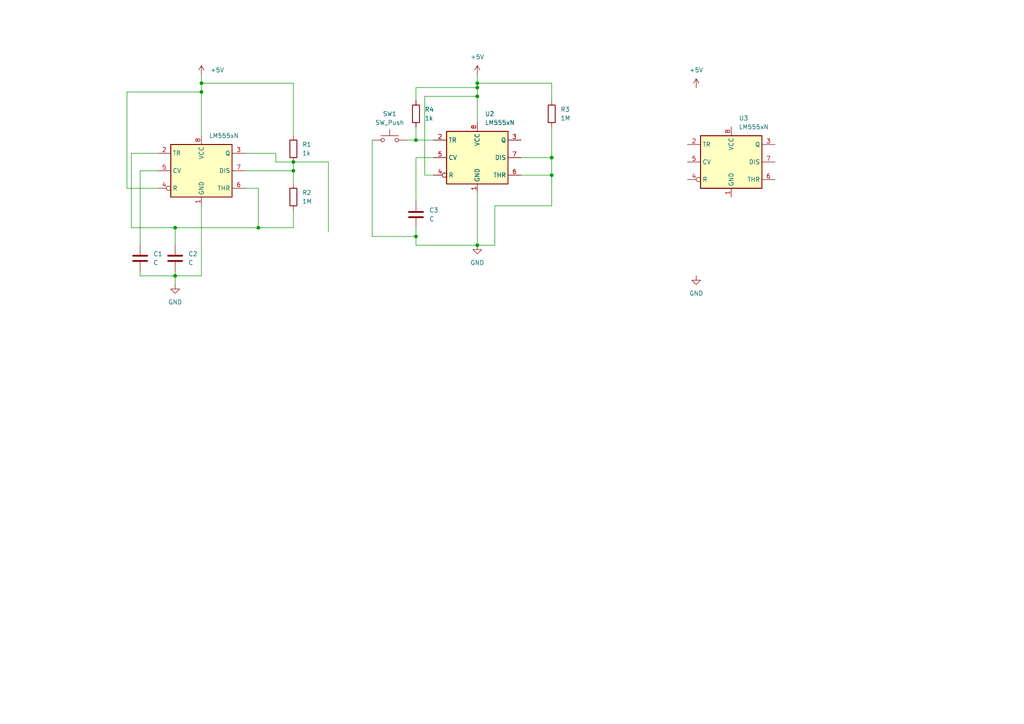
<source format=kicad_sch>
(kicad_sch
	(version 20231120)
	(generator "eeschema")
	(generator_version "8.0")
	(uuid "160c0f44-c63c-435f-a113-5cf725c01371")
	(paper "A4")
	(title_block
		(title "clock_timer")
		(date "2024-09-30")
	)
	(lib_symbols
		(symbol "Device:C"
			(pin_numbers hide)
			(pin_names
				(offset 0.254)
			)
			(exclude_from_sim no)
			(in_bom yes)
			(on_board yes)
			(property "Reference" "C"
				(at 0.635 2.54 0)
				(effects
					(font
						(size 1.27 1.27)
					)
					(justify left)
				)
			)
			(property "Value" "C"
				(at 0.635 -2.54 0)
				(effects
					(font
						(size 1.27 1.27)
					)
					(justify left)
				)
			)
			(property "Footprint" ""
				(at 0.9652 -3.81 0)
				(effects
					(font
						(size 1.27 1.27)
					)
					(hide yes)
				)
			)
			(property "Datasheet" "~"
				(at 0 0 0)
				(effects
					(font
						(size 1.27 1.27)
					)
					(hide yes)
				)
			)
			(property "Description" "Unpolarized capacitor"
				(at 0 0 0)
				(effects
					(font
						(size 1.27 1.27)
					)
					(hide yes)
				)
			)
			(property "ki_keywords" "cap capacitor"
				(at 0 0 0)
				(effects
					(font
						(size 1.27 1.27)
					)
					(hide yes)
				)
			)
			(property "ki_fp_filters" "C_*"
				(at 0 0 0)
				(effects
					(font
						(size 1.27 1.27)
					)
					(hide yes)
				)
			)
			(symbol "C_0_1"
				(polyline
					(pts
						(xy -2.032 -0.762) (xy 2.032 -0.762)
					)
					(stroke
						(width 0.508)
						(type default)
					)
					(fill
						(type none)
					)
				)
				(polyline
					(pts
						(xy -2.032 0.762) (xy 2.032 0.762)
					)
					(stroke
						(width 0.508)
						(type default)
					)
					(fill
						(type none)
					)
				)
			)
			(symbol "C_1_1"
				(pin passive line
					(at 0 3.81 270)
					(length 2.794)
					(name "~"
						(effects
							(font
								(size 1.27 1.27)
							)
						)
					)
					(number "1"
						(effects
							(font
								(size 1.27 1.27)
							)
						)
					)
				)
				(pin passive line
					(at 0 -3.81 90)
					(length 2.794)
					(name "~"
						(effects
							(font
								(size 1.27 1.27)
							)
						)
					)
					(number "2"
						(effects
							(font
								(size 1.27 1.27)
							)
						)
					)
				)
			)
		)
		(symbol "Device:R"
			(pin_numbers hide)
			(pin_names
				(offset 0)
			)
			(exclude_from_sim no)
			(in_bom yes)
			(on_board yes)
			(property "Reference" "R"
				(at 2.032 0 90)
				(effects
					(font
						(size 1.27 1.27)
					)
				)
			)
			(property "Value" "R"
				(at 0 0 90)
				(effects
					(font
						(size 1.27 1.27)
					)
				)
			)
			(property "Footprint" ""
				(at -1.778 0 90)
				(effects
					(font
						(size 1.27 1.27)
					)
					(hide yes)
				)
			)
			(property "Datasheet" "~"
				(at 0 0 0)
				(effects
					(font
						(size 1.27 1.27)
					)
					(hide yes)
				)
			)
			(property "Description" "Resistor"
				(at 0 0 0)
				(effects
					(font
						(size 1.27 1.27)
					)
					(hide yes)
				)
			)
			(property "ki_keywords" "R res resistor"
				(at 0 0 0)
				(effects
					(font
						(size 1.27 1.27)
					)
					(hide yes)
				)
			)
			(property "ki_fp_filters" "R_*"
				(at 0 0 0)
				(effects
					(font
						(size 1.27 1.27)
					)
					(hide yes)
				)
			)
			(symbol "R_0_1"
				(rectangle
					(start -1.016 -2.54)
					(end 1.016 2.54)
					(stroke
						(width 0.254)
						(type default)
					)
					(fill
						(type none)
					)
				)
			)
			(symbol "R_1_1"
				(pin passive line
					(at 0 3.81 270)
					(length 1.27)
					(name "~"
						(effects
							(font
								(size 1.27 1.27)
							)
						)
					)
					(number "1"
						(effects
							(font
								(size 1.27 1.27)
							)
						)
					)
				)
				(pin passive line
					(at 0 -3.81 90)
					(length 1.27)
					(name "~"
						(effects
							(font
								(size 1.27 1.27)
							)
						)
					)
					(number "2"
						(effects
							(font
								(size 1.27 1.27)
							)
						)
					)
				)
			)
		)
		(symbol "Switch:SW_Push"
			(pin_numbers hide)
			(pin_names
				(offset 1.016) hide)
			(exclude_from_sim no)
			(in_bom yes)
			(on_board yes)
			(property "Reference" "SW"
				(at 1.27 2.54 0)
				(effects
					(font
						(size 1.27 1.27)
					)
					(justify left)
				)
			)
			(property "Value" "SW_Push"
				(at 0 -1.524 0)
				(effects
					(font
						(size 1.27 1.27)
					)
				)
			)
			(property "Footprint" ""
				(at 0 5.08 0)
				(effects
					(font
						(size 1.27 1.27)
					)
					(hide yes)
				)
			)
			(property "Datasheet" "~"
				(at 0 5.08 0)
				(effects
					(font
						(size 1.27 1.27)
					)
					(hide yes)
				)
			)
			(property "Description" "Push button switch, generic, two pins"
				(at 0 0 0)
				(effects
					(font
						(size 1.27 1.27)
					)
					(hide yes)
				)
			)
			(property "ki_keywords" "switch normally-open pushbutton push-button"
				(at 0 0 0)
				(effects
					(font
						(size 1.27 1.27)
					)
					(hide yes)
				)
			)
			(symbol "SW_Push_0_1"
				(circle
					(center -2.032 0)
					(radius 0.508)
					(stroke
						(width 0)
						(type default)
					)
					(fill
						(type none)
					)
				)
				(polyline
					(pts
						(xy 0 1.27) (xy 0 3.048)
					)
					(stroke
						(width 0)
						(type default)
					)
					(fill
						(type none)
					)
				)
				(polyline
					(pts
						(xy 2.54 1.27) (xy -2.54 1.27)
					)
					(stroke
						(width 0)
						(type default)
					)
					(fill
						(type none)
					)
				)
				(circle
					(center 2.032 0)
					(radius 0.508)
					(stroke
						(width 0)
						(type default)
					)
					(fill
						(type none)
					)
				)
				(pin passive line
					(at -5.08 0 0)
					(length 2.54)
					(name "1"
						(effects
							(font
								(size 1.27 1.27)
							)
						)
					)
					(number "1"
						(effects
							(font
								(size 1.27 1.27)
							)
						)
					)
				)
				(pin passive line
					(at 5.08 0 180)
					(length 2.54)
					(name "2"
						(effects
							(font
								(size 1.27 1.27)
							)
						)
					)
					(number "2"
						(effects
							(font
								(size 1.27 1.27)
							)
						)
					)
				)
			)
		)
		(symbol "Timer:LM555xN"
			(exclude_from_sim no)
			(in_bom yes)
			(on_board yes)
			(property "Reference" "U"
				(at -10.16 8.89 0)
				(effects
					(font
						(size 1.27 1.27)
					)
					(justify left)
				)
			)
			(property "Value" "LM555xN"
				(at 2.54 8.89 0)
				(effects
					(font
						(size 1.27 1.27)
					)
					(justify left)
				)
			)
			(property "Footprint" "Package_DIP:DIP-8_W7.62mm"
				(at 16.51 -10.16 0)
				(effects
					(font
						(size 1.27 1.27)
					)
					(hide yes)
				)
			)
			(property "Datasheet" "http://www.ti.com/lit/ds/symlink/lm555.pdf"
				(at 21.59 -10.16 0)
				(effects
					(font
						(size 1.27 1.27)
					)
					(hide yes)
				)
			)
			(property "Description" "Timer, 555 compatible, PDIP-8"
				(at 0 0 0)
				(effects
					(font
						(size 1.27 1.27)
					)
					(hide yes)
				)
			)
			(property "ki_keywords" "single timer 555"
				(at 0 0 0)
				(effects
					(font
						(size 1.27 1.27)
					)
					(hide yes)
				)
			)
			(property "ki_fp_filters" "DIP*W7.62mm*"
				(at 0 0 0)
				(effects
					(font
						(size 1.27 1.27)
					)
					(hide yes)
				)
			)
			(symbol "LM555xN_0_0"
				(pin power_in line
					(at 0 -10.16 90)
					(length 2.54)
					(name "GND"
						(effects
							(font
								(size 1.27 1.27)
							)
						)
					)
					(number "1"
						(effects
							(font
								(size 1.27 1.27)
							)
						)
					)
				)
				(pin power_in line
					(at 0 10.16 270)
					(length 2.54)
					(name "VCC"
						(effects
							(font
								(size 1.27 1.27)
							)
						)
					)
					(number "8"
						(effects
							(font
								(size 1.27 1.27)
							)
						)
					)
				)
			)
			(symbol "LM555xN_0_1"
				(rectangle
					(start -8.89 -7.62)
					(end 8.89 7.62)
					(stroke
						(width 0.254)
						(type default)
					)
					(fill
						(type background)
					)
				)
				(rectangle
					(start -8.89 -7.62)
					(end 8.89 7.62)
					(stroke
						(width 0.254)
						(type default)
					)
					(fill
						(type background)
					)
				)
			)
			(symbol "LM555xN_1_1"
				(pin input line
					(at -12.7 5.08 0)
					(length 3.81)
					(name "TR"
						(effects
							(font
								(size 1.27 1.27)
							)
						)
					)
					(number "2"
						(effects
							(font
								(size 1.27 1.27)
							)
						)
					)
				)
				(pin output line
					(at 12.7 5.08 180)
					(length 3.81)
					(name "Q"
						(effects
							(font
								(size 1.27 1.27)
							)
						)
					)
					(number "3"
						(effects
							(font
								(size 1.27 1.27)
							)
						)
					)
				)
				(pin input inverted
					(at -12.7 -5.08 0)
					(length 3.81)
					(name "R"
						(effects
							(font
								(size 1.27 1.27)
							)
						)
					)
					(number "4"
						(effects
							(font
								(size 1.27 1.27)
							)
						)
					)
				)
				(pin input line
					(at -12.7 0 0)
					(length 3.81)
					(name "CV"
						(effects
							(font
								(size 1.27 1.27)
							)
						)
					)
					(number "5"
						(effects
							(font
								(size 1.27 1.27)
							)
						)
					)
				)
				(pin input line
					(at 12.7 -5.08 180)
					(length 3.81)
					(name "THR"
						(effects
							(font
								(size 1.27 1.27)
							)
						)
					)
					(number "6"
						(effects
							(font
								(size 1.27 1.27)
							)
						)
					)
				)
				(pin input line
					(at 12.7 0 180)
					(length 3.81)
					(name "DIS"
						(effects
							(font
								(size 1.27 1.27)
							)
						)
					)
					(number "7"
						(effects
							(font
								(size 1.27 1.27)
							)
						)
					)
				)
			)
		)
		(symbol "power:+5V"
			(power)
			(pin_numbers hide)
			(pin_names
				(offset 0) hide)
			(exclude_from_sim no)
			(in_bom yes)
			(on_board yes)
			(property "Reference" "#PWR"
				(at 0 -3.81 0)
				(effects
					(font
						(size 1.27 1.27)
					)
					(hide yes)
				)
			)
			(property "Value" "+5V"
				(at 0 3.556 0)
				(effects
					(font
						(size 1.27 1.27)
					)
				)
			)
			(property "Footprint" ""
				(at 0 0 0)
				(effects
					(font
						(size 1.27 1.27)
					)
					(hide yes)
				)
			)
			(property "Datasheet" ""
				(at 0 0 0)
				(effects
					(font
						(size 1.27 1.27)
					)
					(hide yes)
				)
			)
			(property "Description" "Power symbol creates a global label with name \"+5V\""
				(at 0 0 0)
				(effects
					(font
						(size 1.27 1.27)
					)
					(hide yes)
				)
			)
			(property "ki_keywords" "global power"
				(at 0 0 0)
				(effects
					(font
						(size 1.27 1.27)
					)
					(hide yes)
				)
			)
			(symbol "+5V_0_1"
				(polyline
					(pts
						(xy -0.762 1.27) (xy 0 2.54)
					)
					(stroke
						(width 0)
						(type default)
					)
					(fill
						(type none)
					)
				)
				(polyline
					(pts
						(xy 0 0) (xy 0 2.54)
					)
					(stroke
						(width 0)
						(type default)
					)
					(fill
						(type none)
					)
				)
				(polyline
					(pts
						(xy 0 2.54) (xy 0.762 1.27)
					)
					(stroke
						(width 0)
						(type default)
					)
					(fill
						(type none)
					)
				)
			)
			(symbol "+5V_1_1"
				(pin power_in line
					(at 0 0 90)
					(length 0)
					(name "~"
						(effects
							(font
								(size 1.27 1.27)
							)
						)
					)
					(number "1"
						(effects
							(font
								(size 1.27 1.27)
							)
						)
					)
				)
			)
		)
		(symbol "power:GND"
			(power)
			(pin_numbers hide)
			(pin_names
				(offset 0) hide)
			(exclude_from_sim no)
			(in_bom yes)
			(on_board yes)
			(property "Reference" "#PWR"
				(at 0 -6.35 0)
				(effects
					(font
						(size 1.27 1.27)
					)
					(hide yes)
				)
			)
			(property "Value" "GND"
				(at 0 -3.81 0)
				(effects
					(font
						(size 1.27 1.27)
					)
				)
			)
			(property "Footprint" ""
				(at 0 0 0)
				(effects
					(font
						(size 1.27 1.27)
					)
					(hide yes)
				)
			)
			(property "Datasheet" ""
				(at 0 0 0)
				(effects
					(font
						(size 1.27 1.27)
					)
					(hide yes)
				)
			)
			(property "Description" "Power symbol creates a global label with name \"GND\" , ground"
				(at 0 0 0)
				(effects
					(font
						(size 1.27 1.27)
					)
					(hide yes)
				)
			)
			(property "ki_keywords" "global power"
				(at 0 0 0)
				(effects
					(font
						(size 1.27 1.27)
					)
					(hide yes)
				)
			)
			(symbol "GND_0_1"
				(polyline
					(pts
						(xy 0 0) (xy 0 -1.27) (xy 1.27 -1.27) (xy 0 -2.54) (xy -1.27 -1.27) (xy 0 -1.27)
					)
					(stroke
						(width 0)
						(type default)
					)
					(fill
						(type none)
					)
				)
			)
			(symbol "GND_1_1"
				(pin power_in line
					(at 0 0 270)
					(length 0)
					(name "~"
						(effects
							(font
								(size 1.27 1.27)
							)
						)
					)
					(number "1"
						(effects
							(font
								(size 1.27 1.27)
							)
						)
					)
				)
			)
		)
		(symbol "power:VCC"
			(power)
			(pin_numbers hide)
			(pin_names
				(offset 0) hide)
			(exclude_from_sim no)
			(in_bom yes)
			(on_board yes)
			(property "Reference" "#PWR"
				(at 0 -3.81 0)
				(effects
					(font
						(size 1.27 1.27)
					)
					(hide yes)
				)
			)
			(property "Value" "VCC"
				(at 0 3.556 0)
				(effects
					(font
						(size 1.27 1.27)
					)
				)
			)
			(property "Footprint" ""
				(at 0 0 0)
				(effects
					(font
						(size 1.27 1.27)
					)
					(hide yes)
				)
			)
			(property "Datasheet" ""
				(at 0 0 0)
				(effects
					(font
						(size 1.27 1.27)
					)
					(hide yes)
				)
			)
			(property "Description" "Power symbol creates a global label with name \"VCC\""
				(at 0 0 0)
				(effects
					(font
						(size 1.27 1.27)
					)
					(hide yes)
				)
			)
			(property "ki_keywords" "global power"
				(at 0 0 0)
				(effects
					(font
						(size 1.27 1.27)
					)
					(hide yes)
				)
			)
			(symbol "VCC_0_1"
				(polyline
					(pts
						(xy -0.762 1.27) (xy 0 2.54)
					)
					(stroke
						(width 0)
						(type default)
					)
					(fill
						(type none)
					)
				)
				(polyline
					(pts
						(xy 0 0) (xy 0 2.54)
					)
					(stroke
						(width 0)
						(type default)
					)
					(fill
						(type none)
					)
				)
				(polyline
					(pts
						(xy 0 2.54) (xy 0.762 1.27)
					)
					(stroke
						(width 0)
						(type default)
					)
					(fill
						(type none)
					)
				)
			)
			(symbol "VCC_1_1"
				(pin power_in line
					(at 0 0 90)
					(length 0)
					(name "~"
						(effects
							(font
								(size 1.27 1.27)
							)
						)
					)
					(number "1"
						(effects
							(font
								(size 1.27 1.27)
							)
						)
					)
				)
			)
		)
	)
	(junction
		(at 50.8 80.01)
		(diameter 0)
		(color 0 0 0 0)
		(uuid "1fd5ca84-2629-471d-8058-3a65bdaf845d")
	)
	(junction
		(at 138.43 25.4)
		(diameter 0)
		(color 0 0 0 0)
		(uuid "27b2a4a6-737a-4ff3-b8f1-6356337f0271")
	)
	(junction
		(at 74.93 66.04)
		(diameter 0)
		(color 0 0 0 0)
		(uuid "3ad695c2-129e-43a9-a097-a67daadee229")
	)
	(junction
		(at 160.02 45.72)
		(diameter 0)
		(color 0 0 0 0)
		(uuid "47164c82-b5db-43d5-a4e1-95fa0c55845d")
	)
	(junction
		(at 50.8 66.04)
		(diameter 0)
		(color 0 0 0 0)
		(uuid "479a9416-7b35-4f4e-9166-ece35d330424")
	)
	(junction
		(at 85.09 49.53)
		(diameter 0)
		(color 0 0 0 0)
		(uuid "51ae803b-e87e-471f-959b-a1577497c6df")
	)
	(junction
		(at 120.65 68.58)
		(diameter 0)
		(color 0 0 0 0)
		(uuid "5cdca91b-9e37-4f19-a9d6-22c34a3a7898")
	)
	(junction
		(at 85.09 46.99)
		(diameter 0)
		(color 0 0 0 0)
		(uuid "65ab3e90-fbb5-4aa4-a51c-b20197d63b86")
	)
	(junction
		(at 138.43 27.94)
		(diameter 0)
		(color 0 0 0 0)
		(uuid "68331a35-4711-44e6-aa39-1fff7935c327")
	)
	(junction
		(at 138.43 24.13)
		(diameter 0)
		(color 0 0 0 0)
		(uuid "a1096b1c-e3f2-4ea1-bfb5-296444fa76a3")
	)
	(junction
		(at 160.02 50.8)
		(diameter 0)
		(color 0 0 0 0)
		(uuid "c25b26e1-d460-4ec6-bc7e-426a8b77fe8b")
	)
	(junction
		(at 120.65 40.64)
		(diameter 0)
		(color 0 0 0 0)
		(uuid "cb069fc2-cfa8-4ad7-a4b3-3235ee326be0")
	)
	(junction
		(at 58.42 26.67)
		(diameter 0)
		(color 0 0 0 0)
		(uuid "ec823907-684a-4985-a5b2-134bce151a04")
	)
	(junction
		(at 138.43 71.12)
		(diameter 0)
		(color 0 0 0 0)
		(uuid "f873c13e-1e97-4a70-8069-ef65335cd022")
	)
	(junction
		(at 58.42 24.13)
		(diameter 0)
		(color 0 0 0 0)
		(uuid "fb721868-ce9c-4849-a328-4c44698d42d8")
	)
	(wire
		(pts
			(xy 50.8 66.04) (xy 38.1 66.04)
		)
		(stroke
			(width 0)
			(type default)
		)
		(uuid "0f16f15a-a7f8-4068-9411-572d8470e324")
	)
	(wire
		(pts
			(xy 143.51 59.69) (xy 143.51 71.12)
		)
		(stroke
			(width 0)
			(type default)
		)
		(uuid "121aa1b2-7d98-477a-bbd9-1d59d150f66d")
	)
	(wire
		(pts
			(xy 120.65 68.58) (xy 120.65 71.12)
		)
		(stroke
			(width 0)
			(type default)
		)
		(uuid "1433a553-e9ef-4325-af6b-d6d1f6f402c3")
	)
	(wire
		(pts
			(xy 85.09 46.99) (xy 85.09 49.53)
		)
		(stroke
			(width 0)
			(type default)
		)
		(uuid "1737757c-aa9a-4bdd-89b8-25499c55b9f3")
	)
	(wire
		(pts
			(xy 71.12 54.61) (xy 74.93 54.61)
		)
		(stroke
			(width 0)
			(type default)
		)
		(uuid "186d64c1-39b8-4abd-9766-fe7ba8ee3cdd")
	)
	(wire
		(pts
			(xy 40.64 49.53) (xy 45.72 49.53)
		)
		(stroke
			(width 0)
			(type default)
		)
		(uuid "1919ec94-74d8-4e29-a80b-05b97806a80e")
	)
	(wire
		(pts
			(xy 138.43 24.13) (xy 160.02 24.13)
		)
		(stroke
			(width 0)
			(type default)
		)
		(uuid "1b098eac-e4ec-4c3c-829a-92f3bc4bdbe8")
	)
	(wire
		(pts
			(xy 80.01 44.45) (xy 80.01 46.99)
		)
		(stroke
			(width 0)
			(type default)
		)
		(uuid "1cb5cb0d-d862-4c60-a776-267174e2e58f")
	)
	(wire
		(pts
			(xy 50.8 80.01) (xy 50.8 82.55)
		)
		(stroke
			(width 0)
			(type default)
		)
		(uuid "1e83f959-f8e4-4b61-977b-bca832cafe36")
	)
	(wire
		(pts
			(xy 58.42 59.69) (xy 58.42 80.01)
		)
		(stroke
			(width 0)
			(type default)
		)
		(uuid "26f781a4-37af-4da7-8468-019a91d7d606")
	)
	(wire
		(pts
			(xy 58.42 26.67) (xy 36.83 26.67)
		)
		(stroke
			(width 0)
			(type default)
		)
		(uuid "3004c62e-fcd5-44cf-ac7d-bb63e3afdfee")
	)
	(wire
		(pts
			(xy 74.93 66.04) (xy 50.8 66.04)
		)
		(stroke
			(width 0)
			(type default)
		)
		(uuid "38625953-ac95-4162-8f1a-5517398c6851")
	)
	(wire
		(pts
			(xy 50.8 66.04) (xy 50.8 71.12)
		)
		(stroke
			(width 0)
			(type default)
		)
		(uuid "393f9908-0985-4110-8b80-ccc6cebc400c")
	)
	(wire
		(pts
			(xy 138.43 55.88) (xy 138.43 71.12)
		)
		(stroke
			(width 0)
			(type default)
		)
		(uuid "3dbc52f8-7272-41c0-8f51-6d268fe71b73")
	)
	(wire
		(pts
			(xy 74.93 54.61) (xy 74.93 66.04)
		)
		(stroke
			(width 0)
			(type default)
		)
		(uuid "3f1c4039-be96-4681-ab47-b692db8485fb")
	)
	(wire
		(pts
			(xy 58.42 24.13) (xy 58.42 26.67)
		)
		(stroke
			(width 0)
			(type default)
		)
		(uuid "4177d246-b931-44f7-a4d8-1880606a6c04")
	)
	(wire
		(pts
			(xy 40.64 78.74) (xy 40.64 80.01)
		)
		(stroke
			(width 0)
			(type default)
		)
		(uuid "434ee554-cb26-4b2b-85b2-53e94135ff86")
	)
	(wire
		(pts
			(xy 38.1 44.45) (xy 45.72 44.45)
		)
		(stroke
			(width 0)
			(type default)
		)
		(uuid "481220b1-ae2d-4931-aae2-ff1de2271aab")
	)
	(wire
		(pts
			(xy 85.09 60.96) (xy 85.09 66.04)
		)
		(stroke
			(width 0)
			(type default)
		)
		(uuid "485cfdfb-7b77-46c1-93d7-0f48243e7bd6")
	)
	(wire
		(pts
			(xy 50.8 78.74) (xy 50.8 80.01)
		)
		(stroke
			(width 0)
			(type default)
		)
		(uuid "494c963c-5b2a-4174-ae83-8fe236b59c6b")
	)
	(wire
		(pts
			(xy 85.09 46.99) (xy 95.25 46.99)
		)
		(stroke
			(width 0)
			(type default)
		)
		(uuid "4c2431a7-bc6e-4d9f-9d2a-dfd97acb5cb4")
	)
	(wire
		(pts
			(xy 120.65 25.4) (xy 120.65 29.21)
		)
		(stroke
			(width 0)
			(type default)
		)
		(uuid "4e4c4f4c-9812-41bc-a4be-f874a70bc345")
	)
	(wire
		(pts
			(xy 85.09 24.13) (xy 85.09 39.37)
		)
		(stroke
			(width 0)
			(type default)
		)
		(uuid "627293f2-770b-4d09-a587-d10136208fed")
	)
	(wire
		(pts
			(xy 151.13 45.72) (xy 160.02 45.72)
		)
		(stroke
			(width 0)
			(type default)
		)
		(uuid "63447222-d032-43c0-ac2a-655c6c4c22e5")
	)
	(wire
		(pts
			(xy 160.02 45.72) (xy 160.02 50.8)
		)
		(stroke
			(width 0)
			(type default)
		)
		(uuid "659bc7e6-9068-4f85-89ae-b5248bd41442")
	)
	(wire
		(pts
			(xy 36.83 26.67) (xy 36.83 54.61)
		)
		(stroke
			(width 0)
			(type default)
		)
		(uuid "6895414f-bfaa-4810-8b24-a951b492dc3e")
	)
	(wire
		(pts
			(xy 151.13 50.8) (xy 160.02 50.8)
		)
		(stroke
			(width 0)
			(type default)
		)
		(uuid "7008ba07-ddf0-41b2-bd1a-f29253399847")
	)
	(wire
		(pts
			(xy 160.02 36.83) (xy 160.02 45.72)
		)
		(stroke
			(width 0)
			(type default)
		)
		(uuid "71c948f9-29c1-4c0e-ab81-a4277375a1ba")
	)
	(wire
		(pts
			(xy 120.65 36.83) (xy 120.65 40.64)
		)
		(stroke
			(width 0)
			(type default)
		)
		(uuid "77c6db50-68dd-4c88-9da7-62f86e1bde66")
	)
	(wire
		(pts
			(xy 118.11 40.64) (xy 120.65 40.64)
		)
		(stroke
			(width 0)
			(type default)
		)
		(uuid "7a48dbf8-55dc-4db0-b077-3a278a33464e")
	)
	(wire
		(pts
			(xy 160.02 50.8) (xy 160.02 59.69)
		)
		(stroke
			(width 0)
			(type default)
		)
		(uuid "7beaed2a-e7f7-4447-8eea-32dbff1e9963")
	)
	(wire
		(pts
			(xy 160.02 59.69) (xy 143.51 59.69)
		)
		(stroke
			(width 0)
			(type default)
		)
		(uuid "7e467423-796f-488b-8dd5-dca8831c59fd")
	)
	(wire
		(pts
			(xy 85.09 49.53) (xy 85.09 53.34)
		)
		(stroke
			(width 0)
			(type default)
		)
		(uuid "8441c268-0b11-48be-8867-b04c7d572a68")
	)
	(wire
		(pts
			(xy 58.42 24.13) (xy 85.09 24.13)
		)
		(stroke
			(width 0)
			(type default)
		)
		(uuid "8504e726-0792-4c81-a2d6-99667bd7dc60")
	)
	(wire
		(pts
			(xy 40.64 71.12) (xy 40.64 49.53)
		)
		(stroke
			(width 0)
			(type default)
		)
		(uuid "8a3a5a64-4804-48dc-adb3-01595db97624")
	)
	(wire
		(pts
			(xy 38.1 66.04) (xy 38.1 44.45)
		)
		(stroke
			(width 0)
			(type default)
		)
		(uuid "8bd3338e-79fa-494f-be08-3536746eca28")
	)
	(wire
		(pts
			(xy 138.43 25.4) (xy 120.65 25.4)
		)
		(stroke
			(width 0)
			(type default)
		)
		(uuid "905616d4-24bf-4185-b969-e7b94ea24a84")
	)
	(wire
		(pts
			(xy 120.65 58.42) (xy 120.65 45.72)
		)
		(stroke
			(width 0)
			(type default)
		)
		(uuid "907278fc-21b8-414b-aa95-6739eb25040a")
	)
	(wire
		(pts
			(xy 138.43 25.4) (xy 138.43 27.94)
		)
		(stroke
			(width 0)
			(type default)
		)
		(uuid "9b114bf3-5987-4b79-bc9d-4f7ca6824e15")
	)
	(wire
		(pts
			(xy 120.65 40.64) (xy 125.73 40.64)
		)
		(stroke
			(width 0)
			(type default)
		)
		(uuid "9be9e8fc-0a77-4736-89e0-4ea2c3167d76")
	)
	(wire
		(pts
			(xy 123.19 27.94) (xy 138.43 27.94)
		)
		(stroke
			(width 0)
			(type default)
		)
		(uuid "a916d682-c5a9-43dc-bcd2-e69e71e27f0a")
	)
	(wire
		(pts
			(xy 40.64 80.01) (xy 50.8 80.01)
		)
		(stroke
			(width 0)
			(type default)
		)
		(uuid "abc99e97-ad82-4c4e-9647-0f0a5b6888a3")
	)
	(wire
		(pts
			(xy 138.43 27.94) (xy 138.43 35.56)
		)
		(stroke
			(width 0)
			(type default)
		)
		(uuid "abf8e16b-b304-448f-a3c6-d97424e5b134")
	)
	(wire
		(pts
			(xy 95.25 46.99) (xy 95.25 67.31)
		)
		(stroke
			(width 0)
			(type default)
		)
		(uuid "af3ec39b-88af-4aa0-a3ce-9a167499c390")
	)
	(wire
		(pts
			(xy 123.19 50.8) (xy 123.19 27.94)
		)
		(stroke
			(width 0)
			(type default)
		)
		(uuid "b05cbfec-1da4-4775-b89f-03db8948cb41")
	)
	(wire
		(pts
			(xy 50.8 80.01) (xy 58.42 80.01)
		)
		(stroke
			(width 0)
			(type default)
		)
		(uuid "b16cdf8f-86dc-4556-b89a-a53346728a27")
	)
	(wire
		(pts
			(xy 120.65 66.04) (xy 120.65 68.58)
		)
		(stroke
			(width 0)
			(type default)
		)
		(uuid "b5be65c4-4b2e-4c34-9eda-f20dc60b827f")
	)
	(wire
		(pts
			(xy 58.42 26.67) (xy 58.42 39.37)
		)
		(stroke
			(width 0)
			(type default)
		)
		(uuid "b72561f2-18c2-4f49-b990-21abd2031bb6")
	)
	(wire
		(pts
			(xy 138.43 21.59) (xy 138.43 24.13)
		)
		(stroke
			(width 0)
			(type default)
		)
		(uuid "bc8413c0-f955-458f-97d1-82db5a3abe76")
	)
	(wire
		(pts
			(xy 71.12 49.53) (xy 85.09 49.53)
		)
		(stroke
			(width 0)
			(type default)
		)
		(uuid "c3180027-5691-4d9d-b4d4-a558476503c6")
	)
	(wire
		(pts
			(xy 120.65 45.72) (xy 125.73 45.72)
		)
		(stroke
			(width 0)
			(type default)
		)
		(uuid "c778d1bc-3f24-416a-9934-943351e58a66")
	)
	(wire
		(pts
			(xy 125.73 50.8) (xy 123.19 50.8)
		)
		(stroke
			(width 0)
			(type default)
		)
		(uuid "cb6bd676-c258-4192-aeae-4f62591efefa")
	)
	(wire
		(pts
			(xy 36.83 54.61) (xy 45.72 54.61)
		)
		(stroke
			(width 0)
			(type default)
		)
		(uuid "d56e4238-fc02-4be1-8923-b078627f1c7d")
	)
	(wire
		(pts
			(xy 107.95 40.64) (xy 107.95 68.58)
		)
		(stroke
			(width 0)
			(type default)
		)
		(uuid "dc69f2bb-7e54-42b3-812b-36eb62261b34")
	)
	(wire
		(pts
			(xy 160.02 24.13) (xy 160.02 29.21)
		)
		(stroke
			(width 0)
			(type default)
		)
		(uuid "e24b81da-c617-40cf-874a-a29984ffad72")
	)
	(wire
		(pts
			(xy 107.95 68.58) (xy 120.65 68.58)
		)
		(stroke
			(width 0)
			(type default)
		)
		(uuid "e27f5db7-2247-4eaa-8b30-37c2a75bfd34")
	)
	(wire
		(pts
			(xy 80.01 46.99) (xy 85.09 46.99)
		)
		(stroke
			(width 0)
			(type default)
		)
		(uuid "e6f2b363-0d53-4591-9557-238c9f6ef36f")
	)
	(wire
		(pts
			(xy 138.43 71.12) (xy 120.65 71.12)
		)
		(stroke
			(width 0)
			(type default)
		)
		(uuid "ea99a014-309d-4653-bfb5-dae60d38b8aa")
	)
	(wire
		(pts
			(xy 71.12 44.45) (xy 80.01 44.45)
		)
		(stroke
			(width 0)
			(type default)
		)
		(uuid "ec0675c5-4098-4a82-bf74-f34702be46c1")
	)
	(wire
		(pts
			(xy 138.43 71.12) (xy 143.51 71.12)
		)
		(stroke
			(width 0)
			(type default)
		)
		(uuid "ec91f4a0-ef95-47c0-80fa-421280a2af02")
	)
	(wire
		(pts
			(xy 85.09 66.04) (xy 74.93 66.04)
		)
		(stroke
			(width 0)
			(type default)
		)
		(uuid "f11ac54f-bc07-4f76-be5b-0faf06a08a3d")
	)
	(wire
		(pts
			(xy 58.42 21.59) (xy 58.42 24.13)
		)
		(stroke
			(width 0)
			(type default)
		)
		(uuid "f2aa011f-3672-4d24-b28c-5d9755189a9f")
	)
	(wire
		(pts
			(xy 138.43 24.13) (xy 138.43 25.4)
		)
		(stroke
			(width 0)
			(type default)
		)
		(uuid "fb70c378-03fe-489d-a906-4ced3eb5ddbe")
	)
	(symbol
		(lib_id "Timer:LM555xN")
		(at 212.09 46.99 0)
		(unit 1)
		(exclude_from_sim no)
		(in_bom yes)
		(on_board yes)
		(dnp no)
		(fields_autoplaced yes)
		(uuid "08766ce2-1442-4b71-9d97-5ede5626dd82")
		(property "Reference" "U3"
			(at 214.2841 34.29 0)
			(effects
				(font
					(size 1.27 1.27)
				)
				(justify left)
			)
		)
		(property "Value" "LM555xN"
			(at 214.2841 36.83 0)
			(effects
				(font
					(size 1.27 1.27)
				)
				(justify left)
			)
		)
		(property "Footprint" "Package_DIP:DIP-8_W7.62mm"
			(at 228.6 57.15 0)
			(effects
				(font
					(size 1.27 1.27)
				)
				(hide yes)
			)
		)
		(property "Datasheet" "http://www.ti.com/lit/ds/symlink/lm555.pdf"
			(at 233.68 57.15 0)
			(effects
				(font
					(size 1.27 1.27)
				)
				(hide yes)
			)
		)
		(property "Description" "Timer, 555 compatible, PDIP-8"
			(at 212.09 46.99 0)
			(effects
				(font
					(size 1.27 1.27)
				)
				(hide yes)
			)
		)
		(pin "1"
			(uuid "7ed519b1-e611-4b62-a33c-0c43e0082700")
		)
		(pin "6"
			(uuid "674509e9-431a-4360-aefd-e4eb033a4ce1")
		)
		(pin "8"
			(uuid "092fcb99-226e-42e6-bf6f-7c5a45973d9c")
		)
		(pin "4"
			(uuid "b3922365-c0fc-45f0-8d9a-ddd86bbfb9ec")
		)
		(pin "5"
			(uuid "765020a7-b58e-4543-ae2b-99652b2bcf54")
		)
		(pin "2"
			(uuid "2de84634-da0c-440f-aad0-ffc8fd397afc")
		)
		(pin "3"
			(uuid "f706b7a1-bc3b-4f28-9fc7-a1093d300a6c")
		)
		(pin "7"
			(uuid "f67be8d9-03ea-45bd-a3a1-aeef8403030d")
		)
		(instances
			(project ""
				(path "/69fbe992-daea-48ef-a334-534e6aaff013/80d59056-aa8a-48d2-9b05-9cb963e5cf30"
					(reference "U3")
					(unit 1)
				)
			)
		)
	)
	(symbol
		(lib_id "power:GND")
		(at 201.93 80.01 0)
		(unit 1)
		(exclude_from_sim no)
		(in_bom yes)
		(on_board yes)
		(dnp no)
		(fields_autoplaced yes)
		(uuid "118c7388-3a1d-4aa4-a71b-d1cdee8d402c")
		(property "Reference" "#PWR04"
			(at 201.93 86.36 0)
			(effects
				(font
					(size 1.27 1.27)
				)
				(hide yes)
			)
		)
		(property "Value" "GND"
			(at 201.93 85.09 0)
			(effects
				(font
					(size 1.27 1.27)
				)
			)
		)
		(property "Footprint" ""
			(at 201.93 80.01 0)
			(effects
				(font
					(size 1.27 1.27)
				)
				(hide yes)
			)
		)
		(property "Datasheet" ""
			(at 201.93 80.01 0)
			(effects
				(font
					(size 1.27 1.27)
				)
				(hide yes)
			)
		)
		(property "Description" "Power symbol creates a global label with name \"GND\" , ground"
			(at 201.93 80.01 0)
			(effects
				(font
					(size 1.27 1.27)
				)
				(hide yes)
			)
		)
		(pin "1"
			(uuid "63319cae-8d37-490a-a698-625ad908c586")
		)
		(instances
			(project ""
				(path "/69fbe992-daea-48ef-a334-534e6aaff013/80d59056-aa8a-48d2-9b05-9cb963e5cf30"
					(reference "#PWR04")
					(unit 1)
				)
			)
		)
	)
	(symbol
		(lib_id "power:GND")
		(at 50.8 82.55 0)
		(unit 1)
		(exclude_from_sim no)
		(in_bom yes)
		(on_board yes)
		(dnp no)
		(fields_autoplaced yes)
		(uuid "38f2515f-6923-4db5-a87e-af946ce56bdc")
		(property "Reference" "#PWR01"
			(at 50.8 88.9 0)
			(effects
				(font
					(size 1.27 1.27)
				)
				(hide yes)
			)
		)
		(property "Value" "GND"
			(at 50.8 87.63 0)
			(effects
				(font
					(size 1.27 1.27)
				)
			)
		)
		(property "Footprint" ""
			(at 50.8 82.55 0)
			(effects
				(font
					(size 1.27 1.27)
				)
				(hide yes)
			)
		)
		(property "Datasheet" ""
			(at 50.8 82.55 0)
			(effects
				(font
					(size 1.27 1.27)
				)
				(hide yes)
			)
		)
		(property "Description" "Power symbol creates a global label with name \"GND\" , ground"
			(at 50.8 82.55 0)
			(effects
				(font
					(size 1.27 1.27)
				)
				(hide yes)
			)
		)
		(pin "1"
			(uuid "f84bbd1f-49c2-4b6f-a425-2fd3128207e6")
		)
		(instances
			(project ""
				(path "/69fbe992-daea-48ef-a334-534e6aaff013/80d59056-aa8a-48d2-9b05-9cb963e5cf30"
					(reference "#PWR01")
					(unit 1)
				)
			)
		)
	)
	(symbol
		(lib_id "Device:R")
		(at 160.02 33.02 0)
		(unit 1)
		(exclude_from_sim no)
		(in_bom yes)
		(on_board yes)
		(dnp no)
		(fields_autoplaced yes)
		(uuid "3e00d532-b640-406a-a814-60ed5436119d")
		(property "Reference" "R3"
			(at 162.56 31.7499 0)
			(effects
				(font
					(size 1.27 1.27)
				)
				(justify left)
			)
		)
		(property "Value" "1M"
			(at 162.56 34.2899 0)
			(effects
				(font
					(size 1.27 1.27)
				)
				(justify left)
			)
		)
		(property "Footprint" ""
			(at 158.242 33.02 90)
			(effects
				(font
					(size 1.27 1.27)
				)
				(hide yes)
			)
		)
		(property "Datasheet" "~"
			(at 160.02 33.02 0)
			(effects
				(font
					(size 1.27 1.27)
				)
				(hide yes)
			)
		)
		(property "Description" "Resistor"
			(at 160.02 33.02 0)
			(effects
				(font
					(size 1.27 1.27)
				)
				(hide yes)
			)
		)
		(pin "1"
			(uuid "a0bdd334-0018-41a9-b3c6-076f48008bdd")
		)
		(pin "2"
			(uuid "ade35793-b36a-46a1-9ed0-20488a363f13")
		)
		(instances
			(project ""
				(path "/69fbe992-daea-48ef-a334-534e6aaff013/80d59056-aa8a-48d2-9b05-9cb963e5cf30"
					(reference "R3")
					(unit 1)
				)
			)
		)
	)
	(symbol
		(lib_id "power:VCC")
		(at 58.42 21.59 0)
		(unit 1)
		(exclude_from_sim no)
		(in_bom yes)
		(on_board yes)
		(dnp no)
		(fields_autoplaced yes)
		(uuid "6b55f1ea-79ab-45ca-b983-c1e83be34331")
		(property "Reference" "#PWR02"
			(at 58.42 25.4 0)
			(effects
				(font
					(size 1.27 1.27)
				)
				(hide yes)
			)
		)
		(property "Value" "+5V"
			(at 60.96 20.3199 0)
			(effects
				(font
					(size 1.27 1.27)
				)
				(justify left)
			)
		)
		(property "Footprint" ""
			(at 58.42 21.59 0)
			(effects
				(font
					(size 1.27 1.27)
				)
				(hide yes)
			)
		)
		(property "Datasheet" ""
			(at 58.42 21.59 0)
			(effects
				(font
					(size 1.27 1.27)
				)
				(hide yes)
			)
		)
		(property "Description" "Power symbol creates a global label with name \"VCC\""
			(at 58.42 21.59 0)
			(effects
				(font
					(size 1.27 1.27)
				)
				(hide yes)
			)
		)
		(pin "1"
			(uuid "ef94c975-a9b0-485f-b4e9-fdc8ddc62849")
		)
		(instances
			(project ""
				(path "/69fbe992-daea-48ef-a334-534e6aaff013/80d59056-aa8a-48d2-9b05-9cb963e5cf30"
					(reference "#PWR02")
					(unit 1)
				)
			)
		)
	)
	(symbol
		(lib_id "Switch:SW_Push")
		(at 113.03 40.64 0)
		(unit 1)
		(exclude_from_sim no)
		(in_bom yes)
		(on_board yes)
		(dnp no)
		(fields_autoplaced yes)
		(uuid "7af50654-6dec-4e23-bdf7-06e34dd0b380")
		(property "Reference" "SW1"
			(at 113.03 33.02 0)
			(effects
				(font
					(size 1.27 1.27)
				)
			)
		)
		(property "Value" "SW_Push"
			(at 113.03 35.56 0)
			(effects
				(font
					(size 1.27 1.27)
				)
			)
		)
		(property "Footprint" ""
			(at 113.03 35.56 0)
			(effects
				(font
					(size 1.27 1.27)
				)
				(hide yes)
			)
		)
		(property "Datasheet" "~"
			(at 113.03 35.56 0)
			(effects
				(font
					(size 1.27 1.27)
				)
				(hide yes)
			)
		)
		(property "Description" "Push button switch, generic, two pins"
			(at 113.03 40.64 0)
			(effects
				(font
					(size 1.27 1.27)
				)
				(hide yes)
			)
		)
		(pin "2"
			(uuid "3a8a28ec-dfc8-4005-96cc-bb9e4bd13c27")
		)
		(pin "1"
			(uuid "b3b93e53-c12e-48ba-a0d0-770d5881276d")
		)
		(instances
			(project ""
				(path "/69fbe992-daea-48ef-a334-534e6aaff013/80d59056-aa8a-48d2-9b05-9cb963e5cf30"
					(reference "SW1")
					(unit 1)
				)
			)
		)
	)
	(symbol
		(lib_id "Timer:LM555xN")
		(at 138.43 45.72 0)
		(unit 1)
		(exclude_from_sim no)
		(in_bom yes)
		(on_board yes)
		(dnp no)
		(fields_autoplaced yes)
		(uuid "9b52b528-2aed-4d5c-baca-4d7be0023c8c")
		(property "Reference" "U2"
			(at 140.6241 33.02 0)
			(effects
				(font
					(size 1.27 1.27)
				)
				(justify left)
			)
		)
		(property "Value" "LM555xN"
			(at 140.6241 35.56 0)
			(effects
				(font
					(size 1.27 1.27)
				)
				(justify left)
			)
		)
		(property "Footprint" "Package_DIP:DIP-8_W7.62mm"
			(at 154.94 55.88 0)
			(effects
				(font
					(size 1.27 1.27)
				)
				(hide yes)
			)
		)
		(property "Datasheet" "http://www.ti.com/lit/ds/symlink/lm555.pdf"
			(at 160.02 55.88 0)
			(effects
				(font
					(size 1.27 1.27)
				)
				(hide yes)
			)
		)
		(property "Description" "Timer, 555 compatible, PDIP-8"
			(at 138.43 45.72 0)
			(effects
				(font
					(size 1.27 1.27)
				)
				(hide yes)
			)
		)
		(pin "8"
			(uuid "5acfd1c3-3510-4d12-ae2b-6712b02a6fcc")
		)
		(pin "3"
			(uuid "0b7481ef-99c9-4f78-864d-9308ca66e5a0")
		)
		(pin "7"
			(uuid "cb551590-d7da-4b49-a7c9-8e966c368e8d")
		)
		(pin "4"
			(uuid "974edf60-2349-4536-9d8b-190fa3db1463")
		)
		(pin "2"
			(uuid "f408e950-9b8b-4e9e-9fa2-e1bfc8f96f59")
		)
		(pin "1"
			(uuid "d91bd64b-0b49-443f-bf06-e368aa245fea")
		)
		(pin "6"
			(uuid "d425d7df-c25a-4feb-832b-0e22b0a617d0")
		)
		(pin "5"
			(uuid "6d6168a0-9d56-47f2-8023-9dae547ad872")
		)
		(instances
			(project ""
				(path "/69fbe992-daea-48ef-a334-534e6aaff013/80d59056-aa8a-48d2-9b05-9cb963e5cf30"
					(reference "U2")
					(unit 1)
				)
			)
		)
	)
	(symbol
		(lib_id "power:+5V")
		(at 201.93 25.4 0)
		(unit 1)
		(exclude_from_sim no)
		(in_bom yes)
		(on_board yes)
		(dnp no)
		(fields_autoplaced yes)
		(uuid "9faca1e3-e5c8-4859-8423-91575c89ce5b")
		(property "Reference" "#PWR06"
			(at 201.93 29.21 0)
			(effects
				(font
					(size 1.27 1.27)
				)
				(hide yes)
			)
		)
		(property "Value" "+5V"
			(at 201.93 20.32 0)
			(effects
				(font
					(size 1.27 1.27)
				)
			)
		)
		(property "Footprint" ""
			(at 201.93 25.4 0)
			(effects
				(font
					(size 1.27 1.27)
				)
				(hide yes)
			)
		)
		(property "Datasheet" ""
			(at 201.93 25.4 0)
			(effects
				(font
					(size 1.27 1.27)
				)
				(hide yes)
			)
		)
		(property "Description" "Power symbol creates a global label with name \"+5V\""
			(at 201.93 25.4 0)
			(effects
				(font
					(size 1.27 1.27)
				)
				(hide yes)
			)
		)
		(pin "1"
			(uuid "3cf8fa89-e539-4e14-96e9-887046d80b48")
		)
		(instances
			(project ""
				(path "/69fbe992-daea-48ef-a334-534e6aaff013/80d59056-aa8a-48d2-9b05-9cb963e5cf30"
					(reference "#PWR06")
					(unit 1)
				)
			)
		)
	)
	(symbol
		(lib_id "Device:R")
		(at 120.65 33.02 0)
		(unit 1)
		(exclude_from_sim no)
		(in_bom yes)
		(on_board yes)
		(dnp no)
		(fields_autoplaced yes)
		(uuid "b1fcd845-fc19-467c-80ed-b11abe737aa8")
		(property "Reference" "R4"
			(at 123.19 31.7499 0)
			(effects
				(font
					(size 1.27 1.27)
				)
				(justify left)
			)
		)
		(property "Value" "1k"
			(at 123.19 34.2899 0)
			(effects
				(font
					(size 1.27 1.27)
				)
				(justify left)
			)
		)
		(property "Footprint" ""
			(at 118.872 33.02 90)
			(effects
				(font
					(size 1.27 1.27)
				)
				(hide yes)
			)
		)
		(property "Datasheet" "~"
			(at 120.65 33.02 0)
			(effects
				(font
					(size 1.27 1.27)
				)
				(hide yes)
			)
		)
		(property "Description" "Resistor"
			(at 120.65 33.02 0)
			(effects
				(font
					(size 1.27 1.27)
				)
				(hide yes)
			)
		)
		(pin "2"
			(uuid "d1833b04-9713-43f7-9d05-f5d547e378af")
		)
		(pin "1"
			(uuid "6233a2f7-9d15-4f94-9305-89e039d3d364")
		)
		(instances
			(project ""
				(path "/69fbe992-daea-48ef-a334-534e6aaff013/80d59056-aa8a-48d2-9b05-9cb963e5cf30"
					(reference "R4")
					(unit 1)
				)
			)
		)
	)
	(symbol
		(lib_id "power:GND")
		(at 138.43 71.12 0)
		(unit 1)
		(exclude_from_sim no)
		(in_bom yes)
		(on_board yes)
		(dnp no)
		(fields_autoplaced yes)
		(uuid "b317c8a1-606f-4f4e-aa2a-6d5d5d29f3f3")
		(property "Reference" "#PWR03"
			(at 138.43 77.47 0)
			(effects
				(font
					(size 1.27 1.27)
				)
				(hide yes)
			)
		)
		(property "Value" "GND"
			(at 138.43 76.2 0)
			(effects
				(font
					(size 1.27 1.27)
				)
			)
		)
		(property "Footprint" ""
			(at 138.43 71.12 0)
			(effects
				(font
					(size 1.27 1.27)
				)
				(hide yes)
			)
		)
		(property "Datasheet" ""
			(at 138.43 71.12 0)
			(effects
				(font
					(size 1.27 1.27)
				)
				(hide yes)
			)
		)
		(property "Description" "Power symbol creates a global label with name \"GND\" , ground"
			(at 138.43 71.12 0)
			(effects
				(font
					(size 1.27 1.27)
				)
				(hide yes)
			)
		)
		(pin "1"
			(uuid "2aabb3ec-b990-4782-8dfa-a46c26d94d90")
		)
		(instances
			(project ""
				(path "/69fbe992-daea-48ef-a334-534e6aaff013/80d59056-aa8a-48d2-9b05-9cb963e5cf30"
					(reference "#PWR03")
					(unit 1)
				)
			)
		)
	)
	(symbol
		(lib_id "Device:C")
		(at 120.65 62.23 0)
		(unit 1)
		(exclude_from_sim no)
		(in_bom yes)
		(on_board yes)
		(dnp no)
		(fields_autoplaced yes)
		(uuid "d13dff79-6ced-4767-8d3d-38f942b79d74")
		(property "Reference" "C3"
			(at 124.46 60.9599 0)
			(effects
				(font
					(size 1.27 1.27)
				)
				(justify left)
			)
		)
		(property "Value" "C"
			(at 124.46 63.4999 0)
			(effects
				(font
					(size 1.27 1.27)
				)
				(justify left)
			)
		)
		(property "Footprint" ""
			(at 121.6152 66.04 0)
			(effects
				(font
					(size 1.27 1.27)
				)
				(hide yes)
			)
		)
		(property "Datasheet" "~"
			(at 120.65 62.23 0)
			(effects
				(font
					(size 1.27 1.27)
				)
				(hide yes)
			)
		)
		(property "Description" "Unpolarized capacitor"
			(at 120.65 62.23 0)
			(effects
				(font
					(size 1.27 1.27)
				)
				(hide yes)
			)
		)
		(pin "1"
			(uuid "a9d98aad-ea82-4fbb-af5c-ebb5192df7c4")
		)
		(pin "2"
			(uuid "c64b69d5-f592-4d5f-bb6b-e6e58d7c0691")
		)
		(instances
			(project ""
				(path "/69fbe992-daea-48ef-a334-534e6aaff013/80d59056-aa8a-48d2-9b05-9cb963e5cf30"
					(reference "C3")
					(unit 1)
				)
			)
		)
	)
	(symbol
		(lib_id "Device:R")
		(at 85.09 43.18 0)
		(unit 1)
		(exclude_from_sim no)
		(in_bom yes)
		(on_board yes)
		(dnp no)
		(fields_autoplaced yes)
		(uuid "d1f0d67d-3005-451d-b871-9e762c18f220")
		(property "Reference" "R1"
			(at 87.63 41.9099 0)
			(effects
				(font
					(size 1.27 1.27)
				)
				(justify left)
			)
		)
		(property "Value" "1k"
			(at 87.63 44.4499 0)
			(effects
				(font
					(size 1.27 1.27)
				)
				(justify left)
			)
		)
		(property "Footprint" ""
			(at 83.312 43.18 90)
			(effects
				(font
					(size 1.27 1.27)
				)
				(hide yes)
			)
		)
		(property "Datasheet" "~"
			(at 85.09 43.18 0)
			(effects
				(font
					(size 1.27 1.27)
				)
				(hide yes)
			)
		)
		(property "Description" "Resistor"
			(at 85.09 43.18 0)
			(effects
				(font
					(size 1.27 1.27)
				)
				(hide yes)
			)
		)
		(pin "2"
			(uuid "4dca839c-c956-4f82-9fac-5de6e6f35ee8")
		)
		(pin "1"
			(uuid "2c55c385-4128-49b4-80b4-4a70a2f72a1f")
		)
		(instances
			(project ""
				(path "/69fbe992-daea-48ef-a334-534e6aaff013/80d59056-aa8a-48d2-9b05-9cb963e5cf30"
					(reference "R1")
					(unit 1)
				)
			)
		)
	)
	(symbol
		(lib_id "Device:C")
		(at 40.64 74.93 0)
		(unit 1)
		(exclude_from_sim no)
		(in_bom yes)
		(on_board yes)
		(dnp no)
		(fields_autoplaced yes)
		(uuid "e5d361de-b089-4b9a-9cd2-eccb98bced84")
		(property "Reference" "C1"
			(at 44.45 73.6599 0)
			(effects
				(font
					(size 1.27 1.27)
				)
				(justify left)
			)
		)
		(property "Value" "C"
			(at 44.45 76.1999 0)
			(effects
				(font
					(size 1.27 1.27)
				)
				(justify left)
			)
		)
		(property "Footprint" ""
			(at 41.6052 78.74 0)
			(effects
				(font
					(size 1.27 1.27)
				)
				(hide yes)
			)
		)
		(property "Datasheet" "~"
			(at 40.64 74.93 0)
			(effects
				(font
					(size 1.27 1.27)
				)
				(hide yes)
			)
		)
		(property "Description" "Unpolarized capacitor"
			(at 40.64 74.93 0)
			(effects
				(font
					(size 1.27 1.27)
				)
				(hide yes)
			)
		)
		(pin "2"
			(uuid "a69a27c9-c9f4-44a0-bf1b-bd7578960654")
		)
		(pin "1"
			(uuid "d5f72a85-dbc7-4d13-9534-623831f3f8f5")
		)
		(instances
			(project ""
				(path "/69fbe992-daea-48ef-a334-534e6aaff013/80d59056-aa8a-48d2-9b05-9cb963e5cf30"
					(reference "C1")
					(unit 1)
				)
			)
		)
	)
	(symbol
		(lib_id "Device:R")
		(at 85.09 57.15 0)
		(unit 1)
		(exclude_from_sim no)
		(in_bom yes)
		(on_board yes)
		(dnp no)
		(fields_autoplaced yes)
		(uuid "f4cf6290-0f63-40bb-8c89-22da0fab4328")
		(property "Reference" "R2"
			(at 87.63 55.8799 0)
			(effects
				(font
					(size 1.27 1.27)
				)
				(justify left)
			)
		)
		(property "Value" "1M"
			(at 87.63 58.4199 0)
			(effects
				(font
					(size 1.27 1.27)
				)
				(justify left)
			)
		)
		(property "Footprint" ""
			(at 83.312 57.15 90)
			(effects
				(font
					(size 1.27 1.27)
				)
				(hide yes)
			)
		)
		(property "Datasheet" "~"
			(at 85.09 57.15 0)
			(effects
				(font
					(size 1.27 1.27)
				)
				(hide yes)
			)
		)
		(property "Description" "Resistor"
			(at 85.09 57.15 0)
			(effects
				(font
					(size 1.27 1.27)
				)
				(hide yes)
			)
		)
		(pin "2"
			(uuid "b6804f00-0cbe-4183-98d6-8acebb8cf2c3")
		)
		(pin "1"
			(uuid "a869c1c2-35d2-4cc5-98ed-a36138ac7134")
		)
		(instances
			(project ""
				(path "/69fbe992-daea-48ef-a334-534e6aaff013/80d59056-aa8a-48d2-9b05-9cb963e5cf30"
					(reference "R2")
					(unit 1)
				)
			)
		)
	)
	(symbol
		(lib_id "Device:C")
		(at 50.8 74.93 0)
		(unit 1)
		(exclude_from_sim no)
		(in_bom yes)
		(on_board yes)
		(dnp no)
		(fields_autoplaced yes)
		(uuid "f62bb523-35f7-4a87-9c62-90c5e233d4a0")
		(property "Reference" "C2"
			(at 54.61 73.6599 0)
			(effects
				(font
					(size 1.27 1.27)
				)
				(justify left)
			)
		)
		(property "Value" "C"
			(at 54.61 76.1999 0)
			(effects
				(font
					(size 1.27 1.27)
				)
				(justify left)
			)
		)
		(property "Footprint" ""
			(at 51.7652 78.74 0)
			(effects
				(font
					(size 1.27 1.27)
				)
				(hide yes)
			)
		)
		(property "Datasheet" "~"
			(at 50.8 74.93 0)
			(effects
				(font
					(size 1.27 1.27)
				)
				(hide yes)
			)
		)
		(property "Description" "Unpolarized capacitor"
			(at 50.8 74.93 0)
			(effects
				(font
					(size 1.27 1.27)
				)
				(hide yes)
			)
		)
		(pin "2"
			(uuid "9d499968-e7d0-49a8-bf93-427220f50cb0")
		)
		(pin "1"
			(uuid "4e201694-01b3-4dbf-a78f-b4ff8fe14327")
		)
		(instances
			(project ""
				(path "/69fbe992-daea-48ef-a334-534e6aaff013/80d59056-aa8a-48d2-9b05-9cb963e5cf30"
					(reference "C2")
					(unit 1)
				)
			)
		)
	)
	(symbol
		(lib_id "power:+5V")
		(at 138.43 21.59 0)
		(unit 1)
		(exclude_from_sim no)
		(in_bom yes)
		(on_board yes)
		(dnp no)
		(uuid "f64f90b6-3a6e-4e6c-81c7-c0166759dfd9")
		(property "Reference" "#PWR05"
			(at 138.43 25.4 0)
			(effects
				(font
					(size 1.27 1.27)
				)
				(hide yes)
			)
		)
		(property "Value" "+5V"
			(at 138.43 16.51 0)
			(effects
				(font
					(size 1.27 1.27)
				)
			)
		)
		(property "Footprint" ""
			(at 138.43 21.59 0)
			(effects
				(font
					(size 1.27 1.27)
				)
				(hide yes)
			)
		)
		(property "Datasheet" ""
			(at 138.43 21.59 0)
			(effects
				(font
					(size 1.27 1.27)
				)
				(hide yes)
			)
		)
		(property "Description" "Power symbol creates a global label with name \"+5V\""
			(at 138.43 21.59 0)
			(effects
				(font
					(size 1.27 1.27)
				)
				(hide yes)
			)
		)
		(pin "1"
			(uuid "64172275-b61f-432d-b0b3-a7fbe1e9baef")
		)
		(instances
			(project ""
				(path "/69fbe992-daea-48ef-a334-534e6aaff013/80d59056-aa8a-48d2-9b05-9cb963e5cf30"
					(reference "#PWR05")
					(unit 1)
				)
			)
		)
	)
	(symbol
		(lib_id "Timer:LM555xN")
		(at 58.42 49.53 0)
		(unit 1)
		(exclude_from_sim no)
		(in_bom yes)
		(on_board yes)
		(dnp no)
		(fields_autoplaced yes)
		(uuid "fcfbf691-915d-486a-8152-ad3090b750de")
		(property "Reference" "U1"
			(at 60.6141 36.83 0)
			(effects
				(font
					(size 1.27 1.27)
				)
				(justify left)
				(hide yes)
			)
		)
		(property "Value" "LM555xN"
			(at 60.6141 39.37 0)
			(effects
				(font
					(size 1.27 1.27)
				)
				(justify left)
			)
		)
		(property "Footprint" "Package_DIP:DIP-8_W7.62mm"
			(at 74.93 59.69 0)
			(effects
				(font
					(size 1.27 1.27)
				)
				(hide yes)
			)
		)
		(property "Datasheet" "http://www.ti.com/lit/ds/symlink/lm555.pdf"
			(at 80.01 59.69 0)
			(effects
				(font
					(size 1.27 1.27)
				)
				(hide yes)
			)
		)
		(property "Description" "Timer, 555 compatible, PDIP-8"
			(at 58.42 49.53 0)
			(effects
				(font
					(size 1.27 1.27)
				)
				(hide yes)
			)
		)
		(pin "7"
			(uuid "baa73801-897b-4e14-9d0b-f91a55f2a360")
		)
		(pin "8"
			(uuid "bb9a47f3-e1b3-4cec-837f-4a3d76954af6")
		)
		(pin "6"
			(uuid "5b81c132-ba77-4d29-86e2-eba2ebbf96ca")
		)
		(pin "4"
			(uuid "a10d8179-1422-45d3-aca0-4cd3d61d31ff")
		)
		(pin "3"
			(uuid "1e3bcaaf-e09a-405d-94bf-95702765d010")
		)
		(pin "5"
			(uuid "7c91e330-95e7-49a9-8998-184d6780067a")
		)
		(pin "2"
			(uuid "9f10c5ea-8b5a-4915-857f-f05b1d7d44cc")
		)
		(pin "1"
			(uuid "78af1f66-882a-492d-90a8-3d4e20e216de")
		)
		(instances
			(project ""
				(path "/69fbe992-daea-48ef-a334-534e6aaff013/80d59056-aa8a-48d2-9b05-9cb963e5cf30"
					(reference "U1")
					(unit 1)
				)
			)
		)
	)
)

</source>
